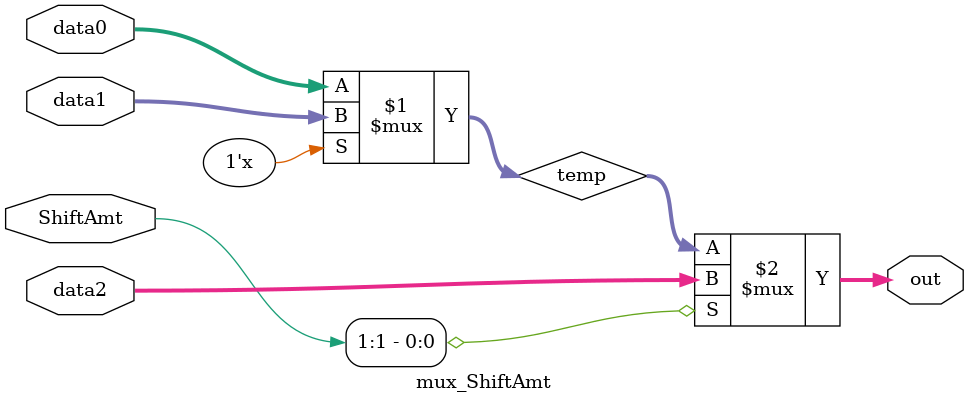
<source format=v>
module mux_ShiftAmt (
    input wire [31:0] ShiftAmt,
	input wire [31:0] data0,
	input wire [31:0] data1,
	input wire [31:0] data2,
	output wire [31:0] out
);

	wire [31:0] temp;


	assign temp = (ShifAmt[0])? data1 : data0;
	assign out = (ShiftAmt[1]) ? data2 : temp;

endmodule 
</source>
